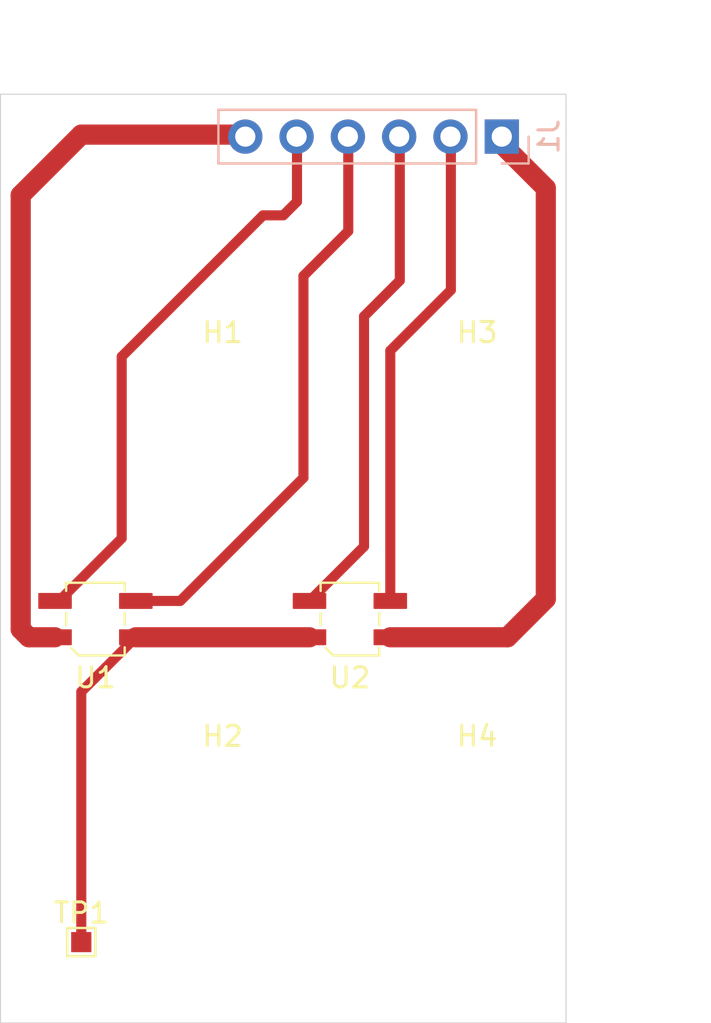
<source format=kicad_pcb>
(kicad_pcb (version 20211014) (generator pcbnew)
  (layers (0 "F.Cu" signal) (31 "B.Cu" signal) (34 "B.Paste" user) (35 "F.Paste" user) (36 "B.SilkS" user "B.Silkscreen") (37 "F.SilkS" user "F.Silkscreen") (38 "B.Mask" user) (39 "F.Mask" user) (44 "Edge.Cuts" user))
  (net 0 "")
  (net 1 "Net-(TP1-Pad1)")
  (net 2 "/NEG")
  (net 3 "/POS")
  (net 4 "Net-(U2-Pad3)")
  (net 5 "Net-(U2-Pad4)")
  (net 6 "Net-(U1-Pad3)")
  (net 7 "Net-(U1-Pad4)")
  (footprint "Mounting_Holes:MountingHole_3.2mm_M3" (layer "F.Cu") (at 129 100)
    (fp_text reference "H1" (at 0 -4.2) (layer "F.SilkS"))
    (fp_text value "MountingHole")
    (pad "" np_thru_hole circle (at 0 0) (size 3.2 3.2) (drill 3.2) (layers *.Cu *.Mask))
  )
  (footprint "OptoDevice:QRE1113GR" (layer "F.Cu") (at 122.7 110)
    (fp_text reference "U1" (at 0 2.9 unlocked) (layer "F.SilkS"))
    (fp_text value "QRE1113GR")
    (fp_line (start -1.45 -1.8) (end -1.45 -1.4) (layer "F.SilkS") (width 0.12))
    (fp_line (start -1.45 -1.8) (end 1.45 -1.8) (layer "F.SilkS") (width 0.12))
    (fp_line (start 1.45 -1.8) (end 1.45 -1.4) (layer "F.SilkS") (width 0.12))
    (fp_line (start 1.45 1.4) (end 1.45 1.8) (layer "F.SilkS") (width 0.12))
    (fp_line (start -0.825 1.8) (end -1.2 1.425) (layer "F.SilkS") (width 0.12))
    (fp_line (start -1.45 -0.3) (end -1.45 0.3) (layer "F.SilkS") (width 0.12))
    (fp_line (start 1.45 -0.3) (end 1.45 0.3) (layer "F.SilkS") (width 0.12))
    (fp_line (start 1.45 1.8) (end -0.825 1.8) (layer "F.SilkS") (width 0.12))
    (pad "1" smd roundrect (at -2 0.9) (size 1.66 0.79) (layers "F.Cu" "F.Paste" "F.Mask") (roundrect_rratio 0.05) (net 3 "/POS"))
    (pad "2" smd roundrect (at 2 0.9) (size 1.66 0.79) (layers "F.Cu" "F.Paste" "F.Mask") (roundrect_rratio 0.05) (net 1 "Net-(TP1-Pad1)"))
    (pad "3" smd roundrect (at 2 -0.9) (size 1.66 0.79) (layers "F.Cu" "F.Paste" "F.Mask") (roundrect_rratio 0.05) (net 6 "Net-(U1-Pad3)"))
    (pad "4" smd roundrect (at -2 -0.9) (size 1.66 0.79) (layers "F.Cu" "F.Paste" "F.Mask") (roundrect_rratio 0.05) (net 7 "Net-(U1-Pad4)"))
  )
  (footprint "OptoDevice:QRE1113GR" (layer "F.Cu") (at 135.3 110)
    (fp_text reference "U2" (at 0 2.9 unlocked) (layer "F.SilkS"))
    (fp_text value "QRE1113GR")
    (fp_line (start 1.45 -1.8) (end 1.45 -1.4) (layer "F.SilkS") (width 0.12))
    (fp_line (start -1.45 -0.3) (end -1.45 0.3) (layer "F.SilkS") (width 0.12))
    (fp_line (start 1.45 -0.3) (end 1.45 0.3) (layer "F.SilkS") (width 0.12))
    (fp_line (start -1.45 -1.8) (end -1.45 -1.4) (layer "F.SilkS") (width 0.12))
    (fp_line (start 1.45 1.8) (end -0.825 1.8) (layer "F.SilkS") (width 0.12))
    (fp_line (start -0.825 1.8) (end -1.2 1.425) (layer "F.SilkS") (width 0.12))
    (fp_line (start -1.45 -1.8) (end 1.45 -1.8) (layer "F.SilkS") (width 0.12))
    (fp_line (start 1.45 1.4) (end 1.45 1.8) (layer "F.SilkS") (width 0.12))
    (pad "1" smd roundrect (at -2 0.9) (size 1.66 0.79) (layers "F.Cu" "F.Paste" "F.Mask") (roundrect_rratio 0.05) (net 1 "Net-(TP1-Pad1)"))
    (pad "2" smd roundrect (at 2 0.9) (size 1.66 0.79) (layers "F.Cu" "F.Paste" "F.Mask") (roundrect_rratio 0.05) (net 2 "/NEG"))
    (pad "3" smd roundrect (at 2 -0.9) (size 1.66 0.79) (layers "F.Cu" "F.Paste" "F.Mask") (roundrect_rratio 0.05) (net 4 "Net-(U2-Pad3)"))
    (pad "4" smd roundrect (at -2 -0.9) (size 1.66 0.79) (layers "F.Cu" "F.Paste" "F.Mask") (roundrect_rratio 0.05) (net 5 "Net-(U2-Pad4)"))
  )
  (footprint "" (layer "F.Cu") (at 151.6 109.8)
    (fp_text reference "" (at 0 0) (layer "F.SilkS") (effects (font (size 1.27 1.27))))
    (fp_text value "" (at 0 0) (layer "F.SilkS") (effects (font (size 1.27 1.27))))
    (pad "" np_thru_hole circle (at 0 0) (size 3.2 3.2) (drill 3.2) (layers *.Cu *.Mask))
  )
  (footprint "Mounting_Holes:MountingHole_3.2mm_M3" (layer "F.Cu") (at 141.6 100)
    (fp_text reference "H3" (at 0 -4.2) (layer "F.SilkS"))
    (fp_text value "MountingHole")
    (pad "" np_thru_hole circle (at 0 0) (size 3.2 3.2) (drill 3.2) (layers *.Cu *.Mask))
  )
  (footprint "TestPoint:TestPoint_Pad_1.0x1.0mm" (layer "F.Cu") (at 122 126)
    (fp_text reference "TP1" (at 0 -1.448) (layer "F.SilkS"))
    (fp_text value "TestPoint")
    (fp_line (start 0.7 0.7) (end -0.7 0.7) (layer "F.SilkS") (width 0.12))
    (fp_line (start 0.7 -0.7) (end 0.7 0.7) (layer "F.SilkS") (width 0.12))
    (fp_line (start -0.7 0.7) (end -0.7 -0.7) (layer "F.SilkS") (width 0.12))
    (fp_line (start -0.7 -0.7) (end 0.7 -0.7) (layer "F.SilkS") (width 0.12))
    (pad "1" smd rect locked (at 0 0) (size 1 1) (layers "F.Cu" "F.Mask") (net 1 "Net-(TP1-Pad1)"))
  )
  (footprint "Mounting_Holes:MountingHole_3.2mm_M3" (layer "F.Cu") (at 129 120)
    (fp_text reference "H2" (at 0 -4.2) (layer "F.SilkS"))
    (fp_text value "MountingHole")
    (pad "" np_thru_hole circle (at 0 0) (size 3.2 3.2) (drill 3.2) (layers *.Cu *.Mask))
  )
  (footprint "Mounting_Holes:MountingHole_3.2mm_M3" (layer "F.Cu") (at 141.6 120)
    (fp_text reference "H4" (at 0 -4.2) (layer "F.SilkS"))
    (fp_text value "MountingHole")
    (pad "" np_thru_hole circle (at 0 0) (size 3.2 3.2) (drill 3.2) (layers *.Cu *.Mask))
  )
  (footprint "Connector_PinHeader_2.54mm:PinHeader_1x06_P2.54mm_Vertical" (layer "B.Cu") (at 142.82 86.1 90)
    (fp_text reference "J1" (at 0 2.33 90) (layer "B.SilkS") (effects (justify mirror)))
    (fp_text value "Conn_01x06_Male")
    (fp_line (start -1.33 -1.27) (end -1.33 -14.03) (layer "B.SilkS") (width 0.12))
    (fp_line (start -1.33 1.33) (end 0 1.33) (layer "B.SilkS") (width 0.12))
    (fp_line (start -1.33 -14.03) (end 1.33 -14.03) (layer "B.SilkS") (width 0.12))
    (fp_line (start 1.33 -1.27) (end 1.33 -14.03) (layer "B.SilkS") (width 0.12))
    (fp_line (start -1.33 -1.27) (end 1.33 -1.27) (layer "B.SilkS") (width 0.12))
    (fp_line (start -1.33 0) (end -1.33 1.33) (layer "B.SilkS") (width 0.12))
    (pad "1" thru_hole rect (at 0 0 90) (size 1.7 1.7) (drill 1) (layers *.Cu *.Mask) (net 2 "/NEG"))
    (pad "2" thru_hole oval (at 0 -2.54 90) (size 1.7 1.7) (drill 1) (layers *.Cu *.Mask) (net 4 "Net-(U2-Pad3)"))
    (pad "3" thru_hole oval (at 0 -5.08 90) (size 1.7 1.7) (drill 1) (layers *.Cu *.Mask) (net 5 "Net-(U2-Pad4)"))
    (pad "4" thru_hole oval (at 0 -7.62 90) (size 1.7 1.7) (drill 1) (layers *.Cu *.Mask) (net 6 "Net-(U1-Pad3)"))
    (pad "5" thru_hole oval (at 0 -10.16 90) (size 1.7 1.7) (drill 1) (layers *.Cu *.Mask) (net 7 "Net-(U1-Pad4)"))
    (pad "6" thru_hole oval (at 0 -12.7 90) (size 1.7 1.7) (drill 1) (layers *.Cu *.Mask) (net 3 "/POS"))
  )
  (gr_rect (start 118 84) (end 146 130) (layer "Edge.Cuts") (width 0.05) (fill none))
  (segment (start 133.3 110.9) (end 124.7 110.9) (width 1) (layer "F.Cu") (net 1))
  (segment (start 124.7 110.9) (end 122 113.6) (width 0.5) (layer "F.Cu") (net 1))
  (segment (start 122 113.6) (end 122 126) (width 0.5) (layer "F.Cu") (net 1))
  (segment (start 137.3 110.9) (end 143.1 110.9) (width 1) (layer "F.Cu") (net 2))
  (segment (start 145 88.65) (end 142.85 86.5) (width 1) (layer "F.Cu") (net 2))
  (segment (start 143.1 110.9) (end 145 109) (width 1) (layer "F.Cu") (net 2))
  (segment (start 145 109) (end 145 88.65) (width 1) (layer "F.Cu") (net 2))
  (segment (start 119 110.5) (end 119 89) (width 1) (layer "F.Cu") (net 3))
  (segment (start 119 89) (end 122 86) (width 1) (layer "F.Cu") (net 3))
  (segment (start 120.7 110.9) (end 119.4 110.9) (width 1) (layer "F.Cu") (net 3))
  (segment (start 122 86) (end 129.65 86) (width 1) (layer "F.Cu") (net 3))
  (segment (start 119.4 110.9) (end 119 110.5) (width 1) (layer "F.Cu") (net 3))
  (segment (start 137.3 96.7) (end 140.3 93.7) (width 0.5) (layer "F.Cu") (net 4))
  (segment (start 137.3 109.1) (end 137.3 96.7) (width 0.5) (layer "F.Cu") (net 4))
  (segment (start 140.3 93.7) (end 140.3 86.375) (width 0.5) (layer "F.Cu") (net 4))
  (segment (start 133.3 109.1) (end 136 106.4) (width 0.5) (layer "F.Cu") (net 5))
  (segment (start 136 95) (end 137.77 93.23) (width 0.5) (layer "F.Cu") (net 5))
  (segment (start 136 106.4) (end 136 95) (width 0.5) (layer "F.Cu") (net 5))
  (segment (start 137.77 93.23) (end 137.77 86.375) (width 0.5) (layer "F.Cu") (net 5))
  (segment (start 126.9 109.1) (end 133 103) (width 0.5) (layer "F.Cu") (net 6))
  (segment (start 135.22 90.78) (end 135.22 86.375) (width 0.5) (layer "F.Cu") (net 6))
  (segment (start 133 93) (end 135.22 90.78) (width 0.5) (layer "F.Cu") (net 6))
  (segment (start 124.7 109.1) (end 126.9 109.1) (width 0.5) (layer "F.Cu") (net 6))
  (segment (start 133 103) (end 133 93) (width 0.5) (layer "F.Cu") (net 6))
  (segment (start 120.7 109.1) (end 120.9 109.1) (width 0.5) (layer "F.Cu") (net 7))
  (segment (start 131 90) (end 132 90) (width 0.5) (layer "F.Cu") (net 7))
  (segment (start 132.68 89.32) (end 132.68 86.375) (width 0.5) (layer "F.Cu") (net 7))
  (segment (start 132 90) (end 132.68 89.32) (width 0.5) (layer "F.Cu") (net 7))
  (segment (start 124 106) (end 124 97) (width 0.5) (layer "F.Cu") (net 7))
  (segment (start 124 97) (end 131 90) (width 0.5) (layer "F.Cu") (net 7))
  (segment (start 120.9 109.1) (end 124 106) (width 0.5) (layer "F.Cu") (net 7))
)
</source>
